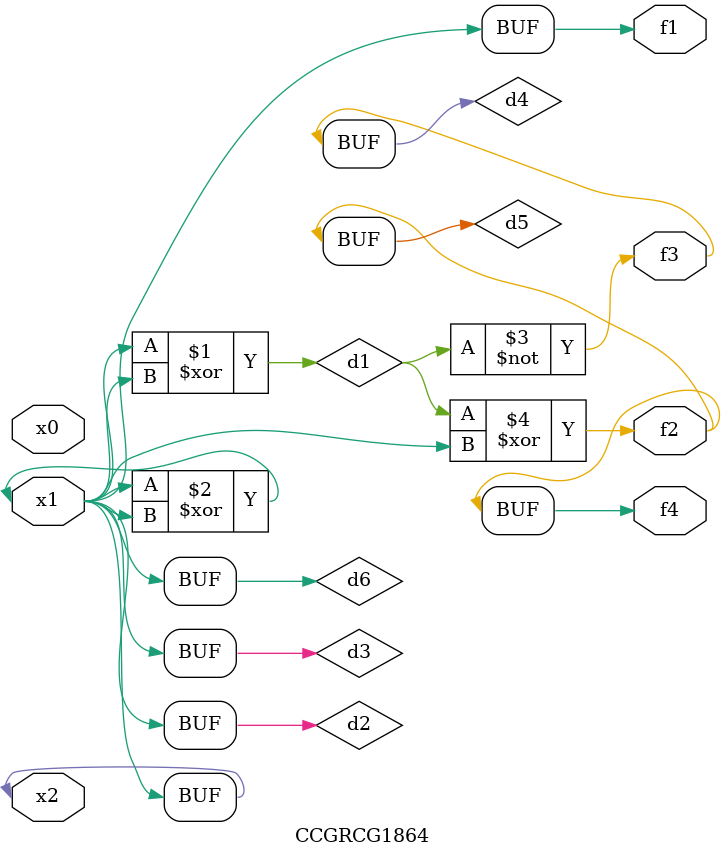
<source format=v>
module CCGRCG1864(
	input x0, x1, x2,
	output f1, f2, f3, f4
);

	wire d1, d2, d3, d4, d5, d6;

	xor (d1, x1, x2);
	buf (d2, x1, x2);
	xor (d3, x1, x2);
	nor (d4, d1);
	xor (d5, d1, d2);
	buf (d6, d2, d3);
	assign f1 = d6;
	assign f2 = d5;
	assign f3 = d4;
	assign f4 = d5;
endmodule

</source>
